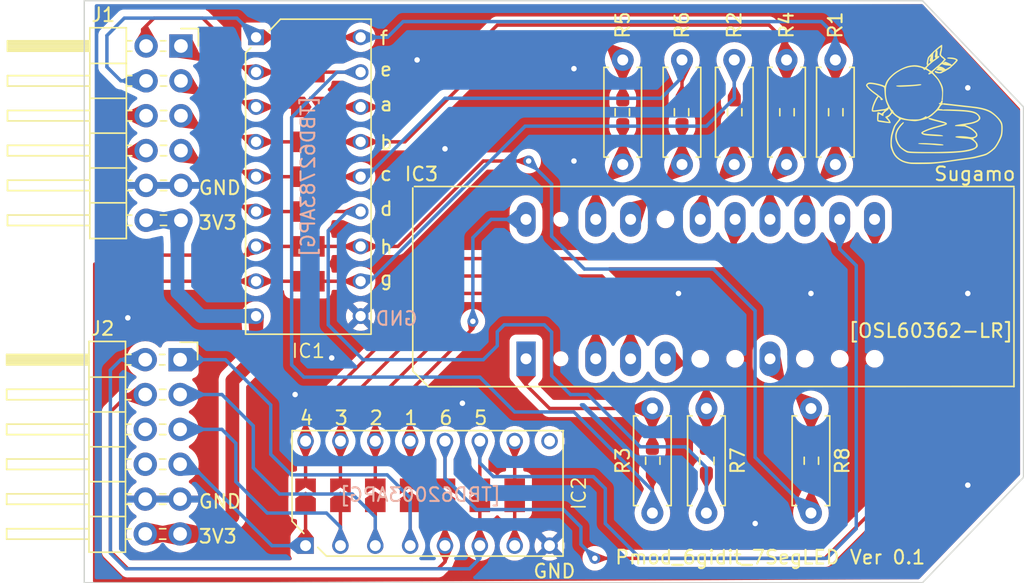
<source format=kicad_pcb>
(kicad_pcb (version 20221018) (generator pcbnew)
  (layers (0 "F.Cu" signal) (31 "B.Cu" signal) (34 "B.Paste" user) (35 "F.Paste" user) (36 "B.SilkS" user "B.Silkscreen") (37 "F.SilkS" user "F.Silkscreen") (38 "B.Mask" user) (39 "F.Mask" user) (44 "Edge.Cuts" user))
  (net 0 "")
  (net 1 "Net-(DS1-ANODE_E)")
  (net 2 "Net-(DS1-KATHODE_2)")
  (net 3 "Net-(DS1-KATHODE_3)")
  (net 4 "Net-(DS1-ANODE_D)")
  (net 5 "Net-(DS1-ANODE_DP)")
  (net 6 "Net-(DS1-KATHODE_6)")
  (net 7 "Net-(DS1-KATHODE_5)")
  (net 8 "Net-(DS1-ANODE_F)")
  (net 9 "Net-(DS1-ANODE_A)")
  (net 10 "Net-(DS1-KATHODE_4)")
  (net 11 "Net-(DS1-ANODE_G)")
  (net 12 "Net-(DS1-ANODE_C)")
  (net 13 "Net-(DS1-ANODE_B)")
  (net 14 "Net-(DS1-KATHODE_1)")
  (net 15 "Net-(IC1-I1)")
  (net 16 "Net-(IC1-I2)")
  (net 17 "Net-(IC1-I3)")
  (net 18 "Net-(IC1-I4)")
  (net 19 "Net-(IC1-I5)")
  (net 20 "Net-(IC1-I6)")
  (net 21 "Net-(IC1-I7)")
  (net 22 "Net-(IC1-I8)")
  (net 23 "VCC")
  (net 24 "GND")
  (net 25 "Net-(IC1-O8)")
  (net 26 "Net-(IC1-O7)")
  (net 27 "Net-(IC1-O6)")
  (net 28 "Net-(IC1-O5)")
  (net 29 "Net-(IC1-O4)")
  (net 30 "Net-(IC1-O3)")
  (net 31 "Net-(IC1-O2)")
  (net 32 "Net-(IC1-O1)")
  (net 33 "Net-(J2-Pin_1)")
  (net 34 "Net-(J2-Pin_2)")
  (net 35 "Net-(J2-Pin_3)")
  (net 36 "Net-(J2-Pin_4)")
  (net 37 "Net-(J2-Pin_7)")
  (net 38 "Net-(J2-Pin_8)")
  (net 41 "unconnected-(Q1-I7-Pad7)")
  (net 43 "unconnected-(Q1-O7-Pad10)")
  (footprint "Library:Resistor_SMD_THT" (layer "F.Cu") (at 146.939 100.076 90)
    (fp_text reference "R3")
    (fp_text value "68" hide)
  )
  (footprint "Library:Resistor_SMD_THT" (layer "F.Cu") (at 160.274 74.676 90)
    (fp_text reference "R1")
    (fp_text value "68" hide)
  )
  (footprint "Library:Resistor_SMD_THT" (layer "F.Cu") (at 150.876 100.076 90)
    (fp_text reference "R7")
    (fp_text value "68" hide)
  )
  (footprint "Library:Resistor_SMD_THT" (layer "F.Cu") (at 149.098 67.056 -90)
    (fp_text reference "R6")
    (fp_text value "68" hide)
  )
  (footprint "Library:Pmod" (layer "F.Cu") (at 101.222 88.9)
    (fp_text reference "J2")
    (fp_text value "Conn_02x06_Counter_Clockwise" hide)
  )
  (footprint "MyLibrary:logo_kamo_ss" (layer "F.Cu") (at 167.386 70.358)
    (fp_text reference "G***" hide)
    (fp_text value "LOGO" hide)
  )
  (footprint "MyLibrary:OSL60362-LR-with-allpin" (layer "F.Cu") (at 137.7315 88.836 90)
    (fp_text reference "IC3")
    (fp_text value "OSL60362-LR" hide)
  )
  (footprint "Library:Resistor_SMD_THT" (layer "F.Cu") (at 156.718 74.676 90)
    (fp_text reference "R4")
    (fp_text value "68" hide)
  )
  (footprint "Library:Resistor_SMD_THT" (layer "F.Cu") (at 144.78 67.056 -90)
    (fp_text reference "R5")
    (fp_text value "68" hide)
  )
  (footprint "Library:DIP762W60P254L1975H445Q16N_solderjumper" (layer "F.Cu") (at 130.556 98.642 90)
    (fp_text reference "IC2")
    (fp_text value "TBD62003APG" hide)
  )
  (footprint "Library:Pmod" (layer "F.Cu") (at 101.284 66.04)
    (fp_text reference "J1")
    (fp_text value "Conn_02x06_Counter_Clockwise" hide)
  )
  (footprint "Library:DIP762W55P254L2286H480Q18N_with_solderjumper" (layer "F.Cu") (at 121.867 75.565)
    (fp_text reference "IC1")
    (fp_text value "TBD62783APG" hide)
  )
  (footprint "Library:Resistor_SMD_THT" (layer "F.Cu") (at 158.496 100.076 90)
    (fp_text reference "R8")
    (fp_text value "68" hide)
  )
  (footprint "Library:Resistor_SMD_THT" (layer "F.Cu") (at 152.908 74.676 90)
    (fp_text reference "R2")
    (fp_text value "68" hide)
  )
  (gr_line (start 105.537 105.156) (end 105.537 62.738) (stroke (width 0.1)) (layer "Edge.Cuts"))
  (gr_line (start 166.624 105.156) (end 105.537 105.156) (stroke (width 0.1)) (layer "Edge.Cuts"))
  (gr_line (start 166.624 62.738) (end 173.99 70.485) (stroke (width 0.1)) (layer "Edge.Cuts"))
  (gr_line (start 105.537 62.738) (end 166.624 62.738) (stroke (width 0.1)) (layer "Edge.Cuts"))
  (gr_line (start 166.624 105.156) (end 173.99 97.4725) (stroke (width 0.1)) (layer "Edge.Cuts"))
  (gr_line (start 173.99 70.485) (end 173.99 97.4725) (stroke (width 0.1)) (layer "Edge.Cuts"))
  (gr_text "GND" (at 129.921 86.487) (layer "B.SilkS") (effects (font (size 1 1)) (justify left bottom mirror)))
  (gr_text "[TBD62783APG]" (at 122.428 69.596 90) (layer "B.SilkS") (effects (font (size 1 1)) (justify left bottom mirror)))
  (gr_text "[TBD62003APG]" (at 135.9916 99.3256) (layer "B.SilkS") (effects (font (size 1 1)) (justify left bottom mirror)))
  (gr_text "Pmod_6gidit_7SegLED Ver 0.1" (at 144.145 103.886) (layer "F.SilkS") (effects (font (size 1 1)) (justify left bottom)))
  (gr_text "Sugamo" (at 167.386 75.946) (layer "F.SilkS") (effects (font (size 1 1)) (justify left bottom)))
  (gr_text "5" (at 133.858 93.726) (layer "F.SilkS") (effects (font (size 1 1)) (justify left bottom)))
  (gr_text "GND" (at 113.792 99.822) (layer "F.SilkS") (effects (font (size 1 1)) (justify left bottom)))
  (gr_text "4" (at 121.158 93.726) (layer "F.SilkS") (effects (font (size 1 1)) (justify left bottom)))
  (gr_text "f" (at 127 66.04) (layer "F.SilkS") (effects (font (size 1 1)) (justify left bottom)))
  (gr_text "h" (at 127 81.28) (layer "F.SilkS") (effects (font (size 1 1)) (justify left bottom)))
  (gr_text "e" (at 127 68.326) (layer "F.SilkS") (effects (font (size 1 1)) (justify left bottom)))
  (gr_text "6" (at 131.318 93.726) (layer "F.SilkS") (effects (font (size 1 1)) (justify left bottom)))
  (gr_text "a" (at 127 70.866) (layer "F.SilkS") (effects (font (size 1 1)) (justify left bottom)))
  (gr_text "3V3" (at 113.792 102.362) (layer "F.SilkS") (effects (font (size 1 1)) (justify left bottom)))
  (gr_text "c" (at 127 75.946) (layer "F.SilkS") (effects (font (size 1 1)) (justify left bottom)))
  (gr_text "g" (at 127 83.566) (layer "F.SilkS") (effects (font (size 1 1)) (justify left bottom)))
  (gr_text "3V3" (at 113.792 79.502) (layer "F.SilkS") (effects (font (size 1 1)) (justify left bottom)))
  (gr_text "3" (at 123.698 93.726) (layer "F.SilkS") (effects (font (size 1 1)) (justify left bottom)))
  (gr_text "GND" (at 138.176 104.902) (layer "F.SilkS") (effects (font (size 1 1)) (justify left bottom)))
  (gr_text "d" (at 127 78.486) (layer "F.SilkS") (effects (font (size 1 1)) (justify left bottom)))
  (gr_text "GND" (at 113.792 76.962) (layer "F.SilkS") (effects (font (size 1 1)) (justify left bottom)))
  (gr_text "1" (at 128.778 93.726) (layer "F.SilkS") (effects (font (size 1 1)) (justify left bottom)))
  (gr_text "b" (at 127 73.66) (layer "F.SilkS") (effects (font (size 1 1)) (justify left bottom)))
  (gr_text "2" (at 126.238 93.726) (layer "F.SilkS") (effects (font (size 1 1)) (justify left bottom)))
  (gr_text "[OSL60362-LR]" (at 161.163 87.376) (layer "F.SilkS") (effects (font (size 1 1)) (justify left bottom)))
  (segment (start 137.7315 90.7415) (end 137.7315 88.836) (width 0.25) (layer "F.Cu") (net 1))
  (segment (start 146.939 95.3535) (end 146.939 92.456) (width 0.25) (layer "F.Cu") (net 1))
  (segment (start 146.939 92.456) (end 139.446 92.456) (width 0.25) (layer "F.Cu") (net 1))
  (segment (start 139.446 92.456) (end 137.7315 90.7415) (width 0.25) (layer "F.Cu") (net 1))
  (segment (start 131.953 84.963) (end 132.842 84.074) (width 0.25) (layer "F.Cu") (net 2))
  (segment (start 141.478 84.074) (end 142.8115 85.4075) (width 0.25) (layer "F.Cu") (net 2))
  (segment (start 131.953 86.741) (end 131.953 84.963) (width 0.25) (layer "F.Cu") (net 2))
  (segment (start 126.746 97.774) (end 126.746 94.832) (width 0.25) (layer "F.Cu") (net 2))
  (segment (start 142.8115 85.4075) (end 142.8115 88.836) (width 0.25) (layer "F.Cu") (net 2))
  (segment (start 126.746 94.832) (end 126.746 91.948) (width 0.25) (layer "F.Cu") (net 2))
  (segment (start 132.842 84.074) (end 141.478 84.074) (width 0.25) (layer "F.Cu") (net 2))
  (segment (start 126.746 91.948) (end 131.953 86.741) (width 0.25) (layer "F.Cu") (net 2))
  (segment (start 132.08 82.804) (end 143.256 82.804) (width 0.25) (layer "F.Cu") (net 3))
  (segment (start 124.206 94.832) (end 124.206 92.456) (width 0.25) (layer "F.Cu") (net 3))
  (segment (start 145.3515 84.8995) (end 145.3515 88.836) (width 0.25) (layer "F.Cu") (net 3))
  (segment (start 124.206 92.456) (end 130.683 85.979) (width 0.25) (layer "F.Cu") (net 3))
  (segment (start 124.206 97.774) (end 124.206 94.832) (width 0.25) (layer "F.Cu") (net 3))
  (segment (start 143.256 82.804) (end 145.3515 84.8995) (width 0.25) (layer "F.Cu") (net 3))
  (segment (start 130.683 84.201) (end 132.08 82.804) (width 0.25) (layer "F.Cu") (net 3))
  (segment (start 130.683 85.979) (end 130.683 84.201) (width 0.25) (layer "F.Cu") (net 3))
  (segment (start 150.876 95.3535) (end 150.876 92.456) (width 0.25) (layer "F.Cu") (net 4))
  (segment (start 150.876 92.456) (end 150.876 90.932) (width 0.25) (layer "F.Cu") (net 4))
  (segment (start 148.78 88.836) (end 147.8915 88.836) (width 0.25) (layer "F.Cu") (net 4))
  (segment (start 150.876 90.932) (end 148.78 88.836) (width 0.25) (layer "F.Cu") (net 4))
  (segment (start 158.496 92.456) (end 155.5115 89.4715) (width 0.25) (layer "F.Cu") (net 5))
  (segment (start 155.5115 89.4715) (end 155.5115 88.836) (width 0.25) (layer "F.Cu") (net 5))
  (segment (start 158.496 95.3535) (end 158.496 92.456) (width 0.25) (layer "F.Cu") (net 5))
  (segment (start 164.084 98.806) (end 164.084 81.534) (width 0.25) (layer "F.Cu") (net 6))
  (segment (start 131.826 97.774) (end 131.826 94.832) (width 0.25) (layer "F.Cu") (net 6))
  (segment (start 142.748 103.378) (end 159.512 103.378) (width 0.25) (layer "F.Cu") (net 6))
  (segment (start 163.1315 80.5815) (end 163.1315 78.676) (width 0.25) (layer "F.Cu") (net 6))
  (segment (start 159.512 103.378) (end 164.084 98.806) (width 0.25) (layer "F.Cu") (net 6))
  (segment (start 164.084 81.534) (end 163.1315 80.5815) (width 0.25) (layer "F.Cu") (net 6))
  (via (at 142.748 103.378) (size 0.8) (drill 0.4) (layers "F.Cu" "B.Cu") (net 6))
  (segment (start 141.732 101.092) (end 140.462 99.822) (width 0.25) (layer "B.Cu") (net 6))
  (segment (start 141.732 102.362) (end 141.732 101.092) (width 0.25) (layer "B.Cu") (net 6))
  (segment (start 131.826 97.536) (end 131.826 94.832) (width 0.25) (layer "B.Cu") (net 6))
  (segment (start 142.748 103.378) (end 141.732 102.362) (width 0.25) (layer "B.Cu") (net 6))
  (segment (start 140.462 99.822) (end 134.112 99.822) (width 0.25) (layer "B.Cu") (net 6))
  (segment (start 134.112 99.822) (end 131.826 97.536) (width 0.25) (layer "B.Cu") (net 6))
  (segment (start 134.366 97.774) (end 134.366 94.832) (width 0.25) (layer "F.Cu") (net 7))
  (segment (start 135.3566 97.4206) (end 142.6326 97.4206) (width 0.25) (layer "B.Cu") (net 7))
  (segment (start 160.5915 80.8355) (end 160.5915 78.676) (width 0.25) (layer "B.Cu") (net 7))
  (segment (start 159.639 103.378) (end 161.798 101.219) (width 0.25) (layer "B.Cu") (net 7))
  (segment (start 143.51 98.298) (end 143.51 100.838) (width 0.25) (layer "B.Cu") (net 7))
  (segment (start 146.05 103.378) (end 159.639 103.378) (width 0.25) (layer "B.Cu") (net 7))
  (segment (start 143.51 100.838) (end 146.05 103.378) (width 0.25) (layer "B.Cu") (net 7))
  (segment (start 142.6326 97.4206) (end 143.51 98.298) (width 0.25) (layer "B.Cu") (net 7))
  (segment (start 134.366 96.43) (end 135.3566 97.4206) (width 0.25) (layer "B.Cu") (net 7))
  (segment (start 161.798 82.042) (end 160.5915 80.8355) (width 0.25) (layer "B.Cu") (net 7))
  (segment (start 134.366 94.832) (end 134.366 96.43) (width 0.25) (layer "B.Cu") (net 7))
  (segment (start 161.798 101.219) (end 161.798 82.042) (width 0.25) (layer "B.Cu") (net 7))
  (segment (start 158.0515 78.676) (end 158.0515 76.8985) (width 0.25) (layer "F.Cu") (net 8))
  (segment (start 160.274 71.7785) (end 160.274 74.676) (width 0.25) (layer "F.Cu") (net 8))
  (segment (start 158.0515 76.8985) (end 160.274 74.676) (width 0.25) (layer "F.Cu") (net 8))
  (segment (start 156.718 74.676) (end 156.718 71.7785) (width 0.25) (layer "F.Cu") (net 9))
  (segment (start 155.5115 78.676) (end 155.5115 75.8825) (width 0.25) (layer "F.Cu") (net 9))
  (segment (start 155.5115 75.8825) (end 156.718 74.676) (width 0.25) (layer "F.Cu") (net 9))
  (segment (start 129.54 85.344) (end 129.54 83.312) (width 0.25) (layer "F.Cu") (net 10))
  (segment (start 131.318 81.534) (end 151.892 81.534) (width 0.25) (layer "F.Cu") (net 10))
  (segment (start 121.666 94.832) (end 121.666 93.218) (width 0.25) (layer "F.Cu") (net 10))
  (segment (start 121.666 98.06) (end 121.666 94.832) (width 0.25) (layer "F.Cu") (net 10))
  (segment (start 121.666 93.218) (end 129.54 85.344) (width 0.25) (layer "F.Cu") (net 10))
  (segment (start 151.892 81.534) (end 152.966 80.46) (width 0.25) (layer "F.Cu") (net 10))
  (segment (start 129.54 83.312) (end 131.318 81.534) (width 0.25) (layer "F.Cu") (net 10))
  (segment (start 152.966 80.46) (end 152.966 79.19) (width 0.25) (layer "F.Cu") (net 10))
  (segment (start 150.4315 78.676) (end 150.4315 77.1525) (width 0.25) (layer "F.Cu") (net 11))
  (segment (start 150.4315 77.1525) (end 152.908 74.676) (width 0.25) (layer "F.Cu") (net 11))
  (segment (start 152.908 74.676) (end 152.908 71.7785) (width 0.25) (layer "F.Cu") (net 11))
  (segment (start 149.098 74.676) (end 149.098 71.7785) (width 0.25) (layer "F.Cu") (net 12))
  (segment (start 145.3515 78.676) (end 145.3515 78.4225) (width 0.25) (layer "F.Cu") (net 12))
  (segment (start 145.3515 78.4225) (end 149.098 74.676) (width 0.25) (layer "F.Cu") (net 12))
  (segment (start 142.8115 76.6445) (end 144.78 74.676) (width 0.25) (layer "F.Cu") (net 13))
  (segment (start 144.78 74.676) (end 144.78 71.7785) (width 0.25) (layer "F.Cu") (net 13))
  (segment (start 142.8115 78.676) (end 142.8115 76.6445) (width 0.25) (layer "F.Cu") (net 13))
  (segment (start 129.286 97.774) (end 129.286 94.832) (width 0.25) (layer "F.Cu") (net 14))
  (segment (start 129.286 91.186) (end 129.286 94.832) (width 0.25) (layer "F.Cu") (net 14))
  (segment (start 133.858 86.614) (end 129.286 91.186) (width 0.25) (layer "F.Cu") (net 14))
  (segment (start 133.858 86.106) (end 133.858 86.614) (width 0.25) (layer "F.Cu") (net 14))
  (via (at 133.858 86.106) (size 0.8) (drill 0.4) (layers "F.Cu" "B.Cu") (net 14))
  (segment (start 135.192 78.676) (end 137.7315 78.676) (width 0.25) (layer "B.Cu") (net 14))
  (segment (start 133.858 80.01) (end 135.192 78.676) (width 0.25) (layer "B.Cu") (net 14))
  (segment (start 133.858 86.106) (end 133.858 80.01) (width 0.25) (layer "B.Cu") (net 14))
  (segment (start 118.057 65.405) (end 121.105 65.405) (width 0.25) (layer "F.Cu") (net 15))
  (segment (start 108.458 64.008) (end 116.66 64.008) (width 0.25) (layer "B.Cu") (net 15))
  (segment (start 109.79 68.58) (end 108.204 68.58) (width 0.25) (layer "B.Cu") (net 15))
  (segment (start 107.188 65.278) (end 108.458 64.008) (width 0.25) (layer "B.Cu") (net 15))
  (segment (start 108.204 68.58) (end 107.188 67.564) (width 0.25) (layer "B.Cu") (net 15))
  (segment (start 107.188 67.564) (end 107.188 65.278) (width 0.25) (layer "B.Cu") (net 15))
  (segment (start 116.66 64.008) (end 118.057 65.405) (width 0.25) (layer "B.Cu") (net 15))
  (segment (start 109.79 64.835) (end 110.617 64.008) (width 0.25) (layer "F.Cu") (net 16))
  (segment (start 109.79 66.04) (end 109.79 64.835) (width 0.25) (layer "F.Cu") (net 16))
  (segment (start 110.617 64.008) (end 114.173 64.008) (width 0.25) (layer "F.Cu") (net 16))
  (segment (start 114.173 64.008) (end 115.57 65.405) (width 0.25) (layer "F.Cu") (net 16))
  (segment (start 115.57 65.405) (end 115.57 66.04) (width 0.25) (layer "F.Cu") (net 16))
  (segment (start 117.475 67.945) (end 118.057 67.945) (width 0.25) (layer "F.Cu") (net 16))
  (segment (start 118.057 67.945) (end 121.105 67.945) (width 0.25) (layer "F.Cu") (net 16))
  (segment (start 115.57 66.04) (end 117.475 67.945) (width 0.25) (layer "F.Cu") (net 16))
  (segment (start 118.057 70.485) (end 121.105 70.485) (width 0.25) (layer "F.Cu") (net 17))
  (segment (start 117.475 70.485) (end 118.04 70.485) (width 0.25) (layer "F.Cu") (net 17))
  (segment (start 113.03 66.04) (end 117.475 70.485) (width 0.25) (layer "F.Cu") (net 17))
  (segment (start 112.33 66.04) (end 113.03 66.04) (width 0.25) (layer "F.Cu") (net 17))
  (segment (start 117.475 73.025) (end 118.057 73.025) (width 0.25) (layer "F.Cu") (net 18))
  (segment (start 112.33 68.58) (end 113.03 68.58) (width 0.25) (layer "F.Cu") (net 18))
  (segment (start 113.03 68.58) (end 117.475 73.025) (width 0.25) (layer "F.Cu") (net 18))
  (segment (start 118.057 73.025) (end 121.105 73.025) (width 0.25) (layer "F.Cu") (net 18))
  (segment (start 112.33 71.12) (end 113.03 71.12) (width 0.25) (layer "F.Cu") (net 19))
  (segment (start 113.03 71.12) (end 117.475 75.565) (width 0.25) (layer "F.Cu") (net 19))
  (segment (start 118.057 75.565) (end 121.105 75.565) (width 0.25) (layer "F.Cu") (net 19))
  (segment (start 117.475 75.565) (end 118.04 75.565) (width 0.25) (layer "F.Cu") (net 19))
  (segment (start 118.057 78.105) (end 121.105 78.105) (width 0.25) (layer "F.Cu") (net 20))
  (segment (start 112.33 73.66) (end 113.03 73.66) (width 0.25) (layer "F.Cu") (net 20))
  (segment (start 117.475 78.105) (end 118.04 78.105) (width 0.25) (layer "F.Cu") (net 20))
  (segment (start 113.03 73.66) (end 117.475 78.105) (width 0.25) (layer "F.Cu") (net 20))
  (segment (start 109.79 73.66) (end 108.585 73.66) (width 0.25) (layer "F.Cu") (net 21))
  (segment (start 118.04 80.715) (end 118.04 80.645) (width 0.25) (layer "F.Cu") (net 21))
  (segment (start 107.696 74.549) (end 107.696 80.391) (width 0.25) (layer "F.Cu") (net 21))
  (segment (start 117.475 81.28) (end 118.04 80.715) (width 0.25) (layer "F.Cu") (net 21))
  (segment (start 118.057 80.645) (end 121.105 80.645) (width 0.25) (layer "F.Cu") (net 21))
  (segment (start 108.585 73.66) (end 107.696 74.549) (width 0.25) (layer "F.Cu") (net 21))
  (segment (start 108.585 81.28) (end 117.475 81.28) (width 0.25) (layer "F.Cu") (net 21))
  (segment (start 107.696 80.391) (end 108.585 81.28) (width 0.25) (layer "F.Cu") (net 21))
  (segment (start 106.934 72.136) (end 106.934 81.534) (width 0.25) (layer "F.Cu") (net 22))
  (segment (start 108.585 83.185) (end 118.04 83.185) (width 0.25) (layer "F.Cu") (net 22))
  (segment (start 107.95 71.12) (end 106.934 72.136) (width 0.25) (layer "F.Cu") (net 22))
  (segment (start 106.934 81.534) (end 108.585 83.185) (width 0.25) (layer "F.Cu") (net 22))
  (segment (start 109.79 71.12) (end 107.95 71.12) (width 0.25) (layer "F.Cu") (net 22))
  (segment (start 118.057 83.185) (end 121.105 83.185) (width 0.25) (layer "F.Cu") (net 22))
  (segment (start 118.057 88.699) (end 116.332 90.424) (width 1) (layer "F.Cu") (net 23))
  (segment (start 115.062 101.6) (end 112.33 101.6) (width 1) (layer "F.Cu") (net 23))
  (segment (start 118.057 85.725) (end 118.057 88.699) (width 1) (layer "F.Cu") (net 23))
  (segment (start 112.33 101.6) (end 109.79 101.6) (width 1) (layer "F.Cu") (net 23))
  (segment (start 116.332 100.33) (end 115.062 101.6) (width 1) (layer "F.Cu") (net 23))
  (segment (start 116.332 90.424) (end 116.332 100.33) (width 1) (layer "F.Cu") (net 23))
  (segment (start 112.33 78.74) (end 112.33 84.009) (width 1) (layer "B.Cu") (net 23))
  (segment (start 112.33 84.009) (end 114.046 85.725) (width 1) (layer "B.Cu") (net 23))
  (segment (start 109.79 78.74) (end 112.33 78.74) (width 1) (layer "B.Cu") (net 23))
  (segment (start 114.046 85.725) (end 118.057 85.725) (width 1) (layer "B.Cu") (net 23))
  (via (at 148.844 84.074) (size 0.8) (drill 0.4) (layers "F.Cu" "B.Cu") (net 24))
  (via (at 158.496 84.074) (size 0.8) (drill 0.4) (layers "F.Cu" "B.Cu") (net 24))
  (via (at 169.926 69.088) (size 0.8) (drill 0.4) (layers "F.Cu" "B.Cu") (net 24))
  (via (at 141.224 67.691) (size 0.8) (drill 0.4) (layers "F.Cu" "B.Cu") (net 24))
  (via (at 141.224 74.422) (size 0.8) (drill 0.4) (layers "F.Cu" "B.Cu") (net 24))
  (via (at 108.712 85.852) (size 0.8) (drill 0.4) (layers "F.Cu" "B.Cu") (net 24))
  (via (at 120.904 91.44) (size 0.8) (drill 0.4) (layers "F.Cu" "B.Cu") (net 24))
  (via (at 154.432 100.838) (size 0.8) (drill 0.4) (layers "F.Cu" "B.Cu") (net 24))
  (via (at 129.794 67.056) (size 0.8) (drill 0.4) (layers "F.Cu" "B.Cu") (net 24))
  (via (at 133.096 92.075) (size 0.8) (drill 0.4) (layers "F.Cu" "B.Cu") (net 24))
  (via (at 131.826 73.533) (size 0.8) (drill 0.4) (layers "F.Cu" "B.Cu") (net 24))
  (via (at 169.926 98.044) (size 0.8) (drill 0.4) (layers "F.Cu" "B.Cu") (net 24))
  (via (at 123.571 88.773) (size 0.8) (drill 0.4) (layers "F.Cu" "B.Cu") (net 24))
  (via (at 169.926 84.074) (size 0.8) (drill 0.4) (layers "F.Cu" "B.Cu") (net 24))
  (segment (start 122.555 83.185) (end 125.677 83.185) (width 0.25) (layer "F.Cu") (net 25))
  (segment (start 152.908 69.9535) (end 152.908 67.056) (width 0.25) (layer "F.Cu") (net 25))
  (segment (start 152.908 69.85) (end 152.908 67.056) (width 0.25) (layer "B.Cu") (net 25))
  (segment (start 125.677 83.185) (end 126.365 83.185) (width 0.25) (layer "B.Cu") (net 25))
  (segment (start 150.876 71.882) (end 152.908 69.85) (width 0.25) (layer "B.Cu") (net 25))
  (segment (start 137.668 71.882) (end 150.876 71.882) (width 0.25) (layer "B.Cu") (net 25))
  (segment (start 126.365 83.185) (end 137.668 71.882) (width 0.25) (layer "B.Cu") (net 25))
  (segment (start 122.555 80.645) (end 125.677 80.645) (width 0.25) (layer "F.Cu") (net 26))
  (segment (start 158.496 100.076) (end 158.496 97.1785) (width 0.25) (layer "F.Cu") (net 26))
  (segment (start 128.397 80.645) (end 125.677 80.645) (width 0.25) (layer "F.Cu") (net 26))
  (segment (start 134.62 74.422) (end 128.397 80.645) (width 0.25) (layer "F.Cu") (net 26))
  (segment (start 137.922 74.422) (end 134.62 74.422) (width 0.25) (layer "F.Cu") (net 26))
  (via (at 137.922 74.422) (size 0.8) (drill 0.4) (layers "F.Cu" "B.Cu") (net 26))
  (segment (start 154.4245 96.0045) (end 158.496 100.076) (width 0.25) (layer "B.Cu") (net 26))
  (segment (start 151.384 82.296) (end 154.4245 85.3365) (width 0.25) (layer "B.Cu") (net 26))
  (segment (start 139.5965 76.0965) (end 139.5965 79.9065) (width 0.25) (layer "B.Cu") (net 26))
  (segment (start 139.5965 79.9065) (end 141.986 82.296) (width 0.25) (layer "B.Cu") (net 26))
  (segment (start 141.986 82.296) (end 151.384 82.296) (width 0.25) (layer "B.Cu") (net 26))
  (segment (start 154.4245 85.3365) (end 154.4245 96.0045) (width 0.25) (layer "B.Cu") (net 26))
  (segment (start 137.922 74.422) (end 139.5965 76.0965) (width 0.25) (layer "B.Cu") (net 26))
  (segment (start 122.555 78.105) (end 125.677 78.105) (width 0.25) (layer "F.Cu") (net 27))
  (segment (start 150.876 100.076) (end 150.876 97.1785) (width 0.25) (layer "F.Cu") (net 27))
  (segment (start 139.5965 90.0665) (end 140.97 91.44) (width 0.25) (layer "B.Cu") (net 27))
  (segment (start 142.24 91.44) (end 146.05 95.25) (width 0.25) (layer "B.Cu") (net 27))
  (segment (start 139.5965 86.8915) (end 139.5965 90.0665) (width 0.25) (layer "B.Cu") (net 27))
  (segment (start 135.636 86.868) (end 136.144 86.36) (width 0.25) (layer "B.Cu") (net 27))
  (segment (start 123.317 86.36) (end 125.857 88.9) (width 0.25) (layer "B.Cu") (net 27))
  (segment (start 136.144 86.36) (end 139.065 86.36) (width 0.25) (layer "B.Cu") (net 27))
  (segment (start 139.065 86.36) (end 139.5965 86.8915) (width 0.25) (layer "B.Cu") (net 27))
  (segment (start 140.97 91.44) (end 142.24 91.44) (width 0.25) (layer "B.Cu") (net 27))
  (segment (start 125.677 78.105) (end 124.714 78.105) (width 0.25) (layer "B.Cu") (net 27))
  (segment (start 150.876 96.774) (end 150.876 100.076) (width 0.25) (layer "B.Cu") (net 27))
  (segment (start 134.62 88.9) (end 135.636 87.884) (width 0.25) (layer "B.Cu") (net 27))
  (segment (start 146.05 95.25) (end 149.352 95.25) (width 0.25) (layer "B.Cu") (net 27))
  (segment (start 124.714 78.105) (end 123.317 79.502) (width 0.25) (layer "B.Cu") (net 27))
  (segment (start 125.857 88.9) (end 134.62 88.9) (width 0.25) (layer "B.Cu") (net 27))
  (segment (start 149.352 95.25) (end 150.876 96.774) (width 0.25) (layer "B.Cu") (net 27))
  (segment (start 135.636 87.884) (end 135.636 86.868) (width 0.25) (layer "B.Cu") (net 27))
  (segment (start 123.317 79.502) (end 123.317 86.36) (width 0.25) (layer "B.Cu") (net 27))
  (segment (start 122.555 75.565) (end 125.677 75.565) (width 0.25) (layer "F.Cu") (net 28))
  (segment (start 149.098 69.9535) (end 149.098 67.056) (width 0.25) (layer "F.Cu") (net 28))
  (segment (start 125.677 75.565) (end 126.111 75.565) (width 0.25) (layer "B.Cu") (net 28))
  (segment (start 131.826 69.85) (end 147.574 69.85) (width 0.25) (layer "B.Cu") (net 28))
  (segment (start 149.098 68.326) (end 149.098 67.056) (width 0.25) (layer "B.Cu") (net 28))
  (segment (start 147.574 69.85) (end 149.098 68.326) (width 0.25) (layer "B.Cu") (net 28))
  (segment (start 126.111 75.565) (end 131.826 69.85) (width 0.25) (layer "B.Cu") (net 28))
  (segment (start 144.78 69.9535) (end 144.78 67.056) (width 0.25) (layer "F.Cu") (net 29))
  (segment (start 122.555 73.025) (end 125.677 73.025) (width 0.25) (layer "F.Cu") (net 29))
  (segment (start 143.51 65.786) (end 144.78 67.056) (width 0.25) (layer "F.Cu") (net 29))
  (segment (start 136.144 65.786) (end 143.51 65.786) (width 0.25) (layer "F.Cu") (net 29))
  (segment (start 128.905 73.025) (end 136.144 65.786) (width 0.25) (layer "F.Cu") (net 29))
  (segment (start 125.677 73.025) (end 128.905 73.025) (width 0.25) (layer "F.Cu") (net 29))
  (segment (start 155.448 64.516) (end 156.718 65.786) (width 0.25) (layer "F.Cu") (net 30))
  (segment (start 122.555 70.485) (end 125.677 70.485) (width 0.25) (layer "F.Cu") (net 30))
  (segment (start 129.667 70.485) (end 135.636 64.516) (width 0.25) (layer "F.Cu") (net 30))
  (segment (start 156.718 69.9535) (end 156.718 67.056) (width 0.25) (layer "F.Cu") (net 30))
  (segment (start 135.636 64.516) (end 155.448 64.516) (width 0.25) (layer "F.Cu") (net 30))
  (segment (start 125.677 70.485) (end 129.667 70.485) (width 0.25) (layer "F.Cu") (net 30))
  (segment (start 156.718 65.786) (end 156.718 67.056) (width 0.25) (layer "F.Cu") (net 30))
  (segment (start 122.555 67.945) (end 125.677 67.945) (width 0.25) (layer "F.Cu") (net 31))
  (segment (start 146.939 97.1785) (end 146.939 100.076) (width 0.25) (layer "F.Cu") (net 31))
  (segment (start 120.65 89.281) (end 121.539 90.17) (width 0.25) (layer "B.Cu") (net 31))
  (segment (start 136.906 92.71) (end 141.224 92.71) (width 0.25) (layer "B.Cu") (net 31))
  (segment (start 146.939 98.425) (end 146.939 100.076) (width 0.25) (layer "B.Cu") (net 31))
  (segment (start 123.952 67.945) (end 120.65 71.247) (width 0.25) (layer "B.Cu") (net 31))
  (segment (start 121.539 90.17) (end 134.366 90.17) (width 0.25) (layer "B.Cu") (net 31))
  (segment (start 125.677 67.945) (end 123.952 67.945) (width 0.25) (layer "B.Cu") (net 31))
  (segment (start 120.65 71.247) (end 120.65 89.281) (width 0.25) (layer "B.Cu") (net 31))
  (segment (start 141.224 92.71) (end 146.939 98.425) (width 0.25) (layer "B.Cu") (net 31))
  (segment (start 134.366 90.17) (end 136.906 92.71) (width 0.25) (layer "B.Cu") (net 31))
  (segment (start 160.274 69.9535) (end 160.274 67.056) (width 0.25) (layer "F.Cu") (net 32))
  (segment (start 122.555 65.405) (end 125.677 65.405) (width 0.25) (layer "F.Cu") (net 32))
  (segment (start 127.635 65.405) (end 128.778 64.262) (width 0.25) (layer "B.Cu") (net 32))
  (segment (start 159.258 64.262) (end 160.274 65.278) (width 0.25) (layer "B.Cu") (net 32))
  (segment (start 128.778 64.262) (end 159.258 64.262) (width 0.25) (layer "B.Cu") (net 32))
  (segment (start 125.677 65.405) (end 127.635 65.405) (width 0.25) (layer "B.Cu") (net 32))
  (segment (start 160.274 65.278) (end 160.274 67.056) (width 0.25) (layer "B.Cu") (net 32))
  (segment (start 129.286 102.452) (end 129.286 99.224) (width 0.25) (layer "F.Cu") (net 33))
  (segment (start 119.126 92.202) (end 119.126 95.795) (width 0.25) (layer "B.Cu") (net 33))
  (segment (start 129.286 98.97) (end 129.286 102.452) (width 0.25) (layer "B.Cu") (net 33))
  (segment (start 127.6096 97.2936) (end 129.286 98.97) (width 0.25) (layer "B.Cu") (net 33))
  (segment (start 112.33 88.9) (end 115.824 88.9) (width 0.25) (layer "B.Cu") (net 33))
  (segment (start 115.824 88.9) (end 119.126 92.202) (width 0.25) (layer "B.Cu") (net 33))
  (segment (start 120.6246 97.2936) (end 127.6096 97.2936) (width 0.25) (layer "B.Cu") (net 33))
  (segment (start 119.126 95.795) (end 120.6246 97.2936) (width 0.25) (layer "B.Cu") (net 33))
  (segment (start 126.746 102.452) (end 126.746 99.224) (width 0.25) (layer "F.Cu") (net 34))
  (segment (start 115.57 91.44) (end 117.856 93.726) (width 0.25) (layer "B.Cu") (net 34))
  (segment (start 125.0696 98.6906) (end 126.746 100.367) (width 0.25) (layer "B.Cu") (net 34))
  (segment (start 119.7726 98.6906) (end 125.0696 98.6906) (width 0.25) (layer "B.Cu") (net 34))
  (segment (start 112.33 91.44) (end 115.57 91.44) (width 0.25) (layer "B.Cu") (net 34))
  (segment (start 117.856 93.726) (end 117.856 96.774) (width 0.25) (layer "B.Cu") (net 34))
  (segment (start 117.856 96.774) (end 119.7726 98.6906) (width 0.25) (layer "B.Cu") (net 34))
  (segment (start 126.746 100.367) (end 126.746 102.452) (width 0.25) (layer "B.Cu") (net 34))
  (segment (start 124.206 102.452) (end 124.206 99.224) (width 0.25) (layer "F.Cu") (net 35))
  (segment (start 118.872 100.076) (end 123.19 100.076) (width 0.25) (layer "B.Cu") (net 35))
  (segment (start 115.57 93.98) (end 116.586 94.996) (width 0.25) (layer "B.Cu") (net 35))
  (segment (start 116.586 97.79) (end 118.872 100.076) (width 0.25) (layer "B.Cu") (net 35))
  (segment (start 116.586 94.996) (end 116.586 97.79) (width 0.25) (layer "B.Cu") (net 35))
  (segment (start 112.33 93.98) (end 115.57 93.98) (width 0.25) (layer "B.Cu") (net 35))
  (segment (start 123.19 100.076) (end 124.206 101.092) (width 0.25) (layer "B.Cu") (net 35))
  (segment (start 124.206 101.092) (end 124.206 102.452) (width 0.25) (layer "B.Cu") (net 35))
  (segment (start 121.666 102.452) (end 121.666 99.51) (width 0.25) (layer "F.Cu") (net 36))
  (segment (start 112.33 96.52) (end 113.284 96.52) (width 0.25) (layer "B.Cu") (net 36))
  (segment (start 113.284 96.52) (end 119.216 102.452) (width 0.25) (layer "B.Cu") (net 36))
  (segment (start 119.216 102.452) (end 121.666 102.452) (width 0.25) (layer "B.Cu") (net 36))
  (segment (start 134.366 102.452) (end 134.366 99.224) (width 0.25) (layer "F.Cu") (net 37))
  (segment (start 133.604 104.14) (end 134.366 103.378) (width 0.25) (layer "B.Cu") (net 37))
  (segment (start 107.442 89.662) (end 107.442 102.997) (width 0.25) (layer "B.Cu") (net 37))
  (segment (start 107.442 102.997) (end 108.585 104.14) (width 0.25) (layer "B.Cu") (net 37))
  (segment (start 109.79 88.9) (end 108.204 88.9) (width 0.25) (layer "B.Cu") (net 37))
  (segment (start 134.366 103.378) (end 134.366 102.452) (width 0.25) (layer "B.Cu") (net 37))
  (segment (start 108.585 104.14) (end 133.604 104.14) (width 0.25) (layer "B.Cu") (net 37))
  (segment (start 108.204 88.9) (end 107.442 89.662) (width 0.25) (layer "B.Cu") (net 37))
  (segment (start 131.826 102.452) (end 131.826 99.224) (width 0.25) (layer "F.Cu") (net 38))
  (segment (start 131.318 104.14) (end 131.826 103.632) (width 0.25) (layer "F.Cu") (net 38))
  (segment (start 107.442 92.71) (end 107.442 102.87) (width 0.25) (layer "F.Cu") (net 38))
  (segment (start 108.712 104.14) (end 131.318 104.14) (width 0.25) (layer "F.Cu") (net 38))
  (segment (start 131.826 103.632) (end 131.826 102.452) (width 0.25) (layer "F.Cu") (net 38))
  (segment (start 108.712 91.44) (end 107.442 92.71) (width 0.25) (layer "F.Cu") (net 38))
  (segment (start 107.442 102.87) (end 108.712 104.14) (width 0.25) (layer "F.Cu") (net 38))
  (segment (start 109.79 91.44) (end 108.712 91.44) (width 0.25) (layer "F.Cu") (net 38))
  (segment (start 136.906 102.452) (end 136.906 99.224) (width 0.25) (layer "F.Cu") (net 41))
  (segment (start 136.906 97.774) (end 136.906 94.832) (width 0.25) (layer "F.Cu") (net 43))
  (zone (net 0) (net_name "") (layer "F.Cu") (connect_pads thru_hole_only (clearance 0)) (min_thickness 0.25)
    (keepout (tracks allowed) (vias allowed) (pads allowed) (copperpour not_allowed) (footprints allowed))
    (fill (thermal_gap 0.5) (thermal_bridge_width 0.5))
    (polygon (pts (xy 108.712 74.676) (xy 113.284 74.676) (xy 114.046 77.978) (xy 114.046 80.518) (xy 108.712 80.772) (xy 108.204 80.264) (xy 108.204 75.184)))
  )
  (zone (net 24) (net_name "GND") (layer "F.Cu") (connect_pads thru_hole_only (clearance 0.5)) (min_thickness 0.25) (fill yes (thermal_gap 0.5) (thermal_bridge_width 0.5))
    (polygon (pts (xy 106.172 63.246) (xy 166.624 62.992) (xy 173.736 70.612) (xy 173.736 97.282) (xy 166.37 104.902) (xy 106.172 105.156)))
  )
  (zone (net 24) (net_name "GND") (layer "B.Cu") (connect_pads thru_hole_only (clearance 0.5)) (min_thickness 0.25) (fill yes (thermal_gap 0.5) (thermal_bridge_width 0.5))
    (polygon (pts (xy 106.299 62.992) (xy 166.624 62.992) (xy 173.736 70.739) (xy 173.736 97.282) (xy 166.37 104.902) (xy 106.299 104.902)))
  )
)
</source>
